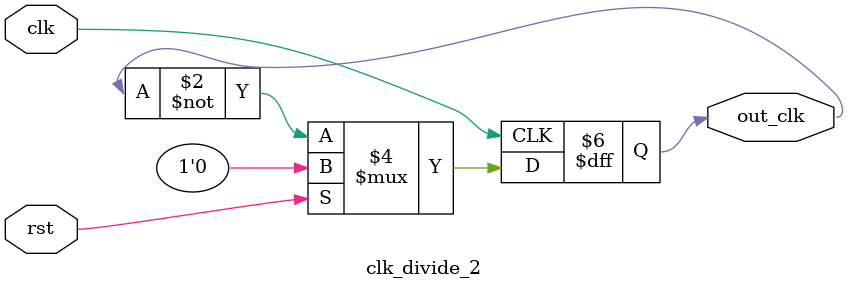
<source format=v>
module clk_divide_2(clk, rst, out_clk);
    output reg out_clk;
    input clk;
    input rst;
    always @(posedge clk)
        begin
            if (rst)
                out_clk <= 1'b0;
            else
                out_clk <= ~out_clk;
        end
endmodule
</source>
